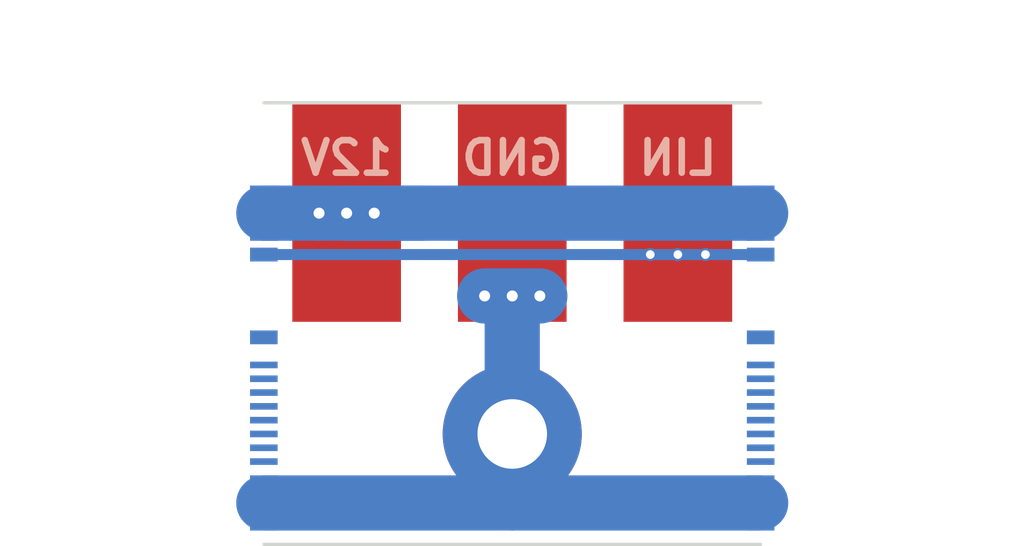
<source format=kicad_pcb>
(kicad_pcb (version 4) (host pcbnew 4.0.7-e2-6376~58~ubuntu16.04.1)

  (general
    (links 7)
    (no_connects 0)
    (area 115.929999 99.916 163.470001 126.17)
    (thickness 1.6)
    (drawings 6)
    (tracks 27)
    (zones 0)
    (modules 6)
    (nets 4)
  )

  (page A4)
  (layers
    (0 F.Cu signal)
    (31 B.Cu signal)
    (32 B.Adhes user)
    (33 F.Adhes user)
    (34 B.Paste user)
    (35 F.Paste user)
    (36 B.SilkS user)
    (37 F.SilkS user)
    (38 B.Mask user)
    (39 F.Mask user)
    (40 Dwgs.User user)
    (41 Cmts.User user)
    (42 Eco1.User user)
    (43 Eco2.User user)
    (44 Edge.Cuts user)
    (45 Margin user)
    (46 B.CrtYd user)
    (47 F.CrtYd user)
    (48 B.Fab user)
    (49 F.Fab user)
  )

  (setup
    (last_trace_width 0.25)
    (trace_clearance 0.2)
    (zone_clearance 0.508)
    (zone_45_only no)
    (trace_min 0.2)
    (segment_width 0.2)
    (edge_width 0.15)
    (via_size 0.6)
    (via_drill 0.4)
    (via_min_size 0.4)
    (via_min_drill 0.3)
    (uvia_size 0.3)
    (uvia_drill 0.1)
    (uvias_allowed no)
    (uvia_min_size 0.2)
    (uvia_min_drill 0.1)
    (pcb_text_width 0.3)
    (pcb_text_size 1.5 1.5)
    (mod_edge_width 0.15)
    (mod_text_size 1 1)
    (mod_text_width 0.15)
    (pad_size 1.524 1.524)
    (pad_drill 0.762)
    (pad_to_mask_clearance 0.2)
    (aux_axis_origin 128.27 124.46)
    (grid_origin 128.27 124.46)
    (visible_elements FFFFFF7F)
    (pcbplotparams
      (layerselection 0x010f0_80000001)
      (usegerberextensions false)
      (excludeedgelayer true)
      (linewidth 0.100000)
      (plotframeref false)
      (viasonmask false)
      (mode 1)
      (useauxorigin true)
      (hpglpennumber 1)
      (hpglpenspeed 20)
      (hpglpendiameter 15)
      (hpglpenoverlay 2)
      (psnegative false)
      (psa4output false)
      (plotreference true)
      (plotvalue true)
      (plotinvisibletext false)
      (padsonsilk false)
      (subtractmaskfromsilk false)
      (outputformat 1)
      (mirror false)
      (drillshape 0)
      (scaleselection 1)
      (outputdirectory gbr))
  )

  (net 0 "")
  (net 1 "Net-(J1-Pad1)")
  (net 2 "Net-(J2-Pad1)")
  (net 3 "Net-(J3-Pad1)")

  (net_class Default "This is the default net class."
    (clearance 0.2)
    (trace_width 0.25)
    (via_dia 0.6)
    (via_drill 0.4)
    (uvia_dia 0.3)
    (uvia_drill 0.1)
    (add_net "Net-(J1-Pad1)")
    (add_net "Net-(J2-Pad1)")
    (add_net "Net-(J3-Pad1)")
  )

  (module interface:interface (layer F.Cu) (tedit 597E72C6) (tstamp 59F016DF)
    (at 128.27 104.775)
    (path /59F014B9)
    (fp_text reference X1 (at 0 20.32) (layer F.SilkS) hide
      (effects (font (size 1 1) (thickness 0.15)))
    )
    (fp_text value interface (at 0 -1.27) (layer F.Fab) hide
      (effects (font (size 1 1) (thickness 0.15)))
    )
    (fp_line (start -5.715 4.445) (end -5.715 5.715) (layer F.Fab) (width 0.15))
    (fp_line (start -5.08 5.08) (end -6.35 5.08) (layer F.Fab) (width 0.15))
    (fp_line (start 5.715 4.445) (end 5.715 5.715) (layer F.Fab) (width 0.15))
    (fp_line (start 5.08 5.08) (end 6.35 5.08) (layer F.Fab) (width 0.15))
    (fp_line (start -11.43 -0.635) (end -11.43 0) (layer F.Fab) (width 0.15))
    (fp_line (start -12.065 -0.635) (end -10.795 -0.635) (layer F.Fab) (width 0.15))
    (fp_line (start -12.065 19.685) (end -10.795 19.685) (layer F.Fab) (width 0.15))
    (fp_line (start -11.43 19.685) (end -11.43 19.05) (layer F.Fab) (width 0.15))
    (fp_line (start 11.43 -0.635) (end 11.43 0) (layer F.Fab) (width 0.15))
    (fp_line (start 10.795 -0.635) (end 12.065 -0.635) (layer F.Fab) (width 0.15))
    (fp_line (start 0 -0.635) (end 0 0) (layer F.Fab) (width 0.15))
    (fp_line (start -0.635 -0.635) (end 0.635 -0.635) (layer F.Fab) (width 0.15))
    (fp_line (start 10.795 19.685) (end 12.065 19.685) (layer F.Fab) (width 0.15))
    (fp_line (start 11.43 19.685) (end 11.43 19.05) (layer F.Fab) (width 0.15))
    (fp_line (start 0 19.05) (end 0 19.685) (layer F.Fab) (width 0.15))
    (fp_line (start -0.635 19.685) (end 0.635 19.685) (layer F.Fab) (width 0.15))
    (pad 1 smd rect (at 0 4.445) (size 1.27 2.54) (layers B.Cu)
      (net 1 "Net-(J1-Pad1)"))
    (pad 2 smd rect (at 0 17.78) (size 1.27 2.54) (layers B.Cu)
      (net 3 "Net-(J3-Pad1)"))
    (pad 3 smd rect (at 0 6.35) (size 1.27 0.635) (layers B.Cu)
      (net 2 "Net-(J2-Pad1)"))
    (pad 5 smd rect (at 0 11.43) (size 1.27 0.3048) (layers B.Cu))
    (pad 6 smd rect (at 0 12.065) (size 1.27 0.3048) (layers B.Cu))
    (pad 7 smd rect (at 0 12.7) (size 1.27 0.3048) (layers B.Cu))
    (pad 8 smd rect (at 0 13.335) (size 1.27 0.3048) (layers B.Cu))
    (pad 9 smd rect (at 0 13.97) (size 1.27 0.3048) (layers B.Cu))
    (pad 10 smd rect (at 0 14.605) (size 1.27 0.3048) (layers B.Cu))
    (pad 11 smd rect (at 0 15.24) (size 1.27 0.3048) (layers B.Cu))
    (pad 12 smd rect (at 0 15.875) (size 1.27 0.3048) (layers B.Cu))
    (pad 4 smd rect (at 0 10.16) (size 1.27 0.635) (layers B.Cu))
  )

  (module interface:interface (layer F.Cu) (tedit 597E72C6) (tstamp 59F016EF)
    (at 151.13 104.775)
    (path /59F01607)
    (fp_text reference X2 (at 0 20.32) (layer F.SilkS) hide
      (effects (font (size 1 1) (thickness 0.15)))
    )
    (fp_text value interface (at 0 -1.27) (layer F.Fab) hide
      (effects (font (size 1 1) (thickness 0.15)))
    )
    (fp_line (start -5.715 4.445) (end -5.715 5.715) (layer F.Fab) (width 0.15))
    (fp_line (start -5.08 5.08) (end -6.35 5.08) (layer F.Fab) (width 0.15))
    (fp_line (start 5.715 4.445) (end 5.715 5.715) (layer F.Fab) (width 0.15))
    (fp_line (start 5.08 5.08) (end 6.35 5.08) (layer F.Fab) (width 0.15))
    (fp_line (start -11.43 -0.635) (end -11.43 0) (layer F.Fab) (width 0.15))
    (fp_line (start -12.065 -0.635) (end -10.795 -0.635) (layer F.Fab) (width 0.15))
    (fp_line (start -12.065 19.685) (end -10.795 19.685) (layer F.Fab) (width 0.15))
    (fp_line (start -11.43 19.685) (end -11.43 19.05) (layer F.Fab) (width 0.15))
    (fp_line (start 11.43 -0.635) (end 11.43 0) (layer F.Fab) (width 0.15))
    (fp_line (start 10.795 -0.635) (end 12.065 -0.635) (layer F.Fab) (width 0.15))
    (fp_line (start 0 -0.635) (end 0 0) (layer F.Fab) (width 0.15))
    (fp_line (start -0.635 -0.635) (end 0.635 -0.635) (layer F.Fab) (width 0.15))
    (fp_line (start 10.795 19.685) (end 12.065 19.685) (layer F.Fab) (width 0.15))
    (fp_line (start 11.43 19.685) (end 11.43 19.05) (layer F.Fab) (width 0.15))
    (fp_line (start 0 19.05) (end 0 19.685) (layer F.Fab) (width 0.15))
    (fp_line (start -0.635 19.685) (end 0.635 19.685) (layer F.Fab) (width 0.15))
    (pad 1 smd rect (at 0 4.445) (size 1.27 2.54) (layers B.Cu)
      (net 1 "Net-(J1-Pad1)"))
    (pad 2 smd rect (at 0 17.78) (size 1.27 2.54) (layers B.Cu)
      (net 3 "Net-(J3-Pad1)"))
    (pad 3 smd rect (at 0 6.35) (size 1.27 0.635) (layers B.Cu)
      (net 2 "Net-(J2-Pad1)"))
    (pad 5 smd rect (at 0 11.43) (size 1.27 0.3048) (layers B.Cu))
    (pad 6 smd rect (at 0 12.065) (size 1.27 0.3048) (layers B.Cu))
    (pad 7 smd rect (at 0 12.7) (size 1.27 0.3048) (layers B.Cu))
    (pad 8 smd rect (at 0 13.335) (size 1.27 0.3048) (layers B.Cu))
    (pad 9 smd rect (at 0 13.97) (size 1.27 0.3048) (layers B.Cu))
    (pad 10 smd rect (at 0 14.605) (size 1.27 0.3048) (layers B.Cu))
    (pad 11 smd rect (at 0 15.24) (size 1.27 0.3048) (layers B.Cu))
    (pad 12 smd rect (at 0 15.875) (size 1.27 0.3048) (layers B.Cu))
    (pad 4 smd rect (at 0 10.16) (size 1.27 0.635) (layers B.Cu))
  )

  (module Mounting_Holes:MountingHole_3.2mm_M3_Pad (layer F.Cu) (tedit 59F01EBB) (tstamp 59F01DC9)
    (at 139.7 119.38)
    (descr "Mounting Hole 3.2mm, M3")
    (tags "mounting hole 3.2mm m3")
    (path /59F01C27)
    (attr virtual)
    (fp_text reference MK1 (at 0 -4.2) (layer F.SilkS) hide
      (effects (font (size 1 1) (thickness 0.15)))
    )
    (fp_text value Mounting_Hole_PAD (at 0 4.2) (layer F.Fab)
      (effects (font (size 1 1) (thickness 0.15)))
    )
    (fp_text user %R (at 0.3 0) (layer F.Fab)
      (effects (font (size 1 1) (thickness 0.15)))
    )
    (fp_circle (center 0 0) (end 3.2 0) (layer Cmts.User) (width 0.15))
    (fp_circle (center 0 0) (end 3.45 0) (layer F.CrtYd) (width 0.05))
    (pad 1 thru_hole circle (at 0 0) (size 6.4 6.4) (drill 3.2) (layers *.Cu *.Mask)
      (net 3 "Net-(J3-Pad1)"))
  )

  (module Wire_Pads:SolderWirePad_single_SMD_5x10mm (layer F.Cu) (tedit 5BDFDA07) (tstamp 5BDFD63F)
    (at 132.08 109.22 180)
    (descr "Wire Pad, Square, SMD Pad,  5mm x 10mm,")
    (tags "MesurementPoint Square SMDPad 5mmx10mm ")
    (path /5BDFD591)
    (attr smd)
    (fp_text reference J1 (at 0 -3.81 180) (layer F.SilkS) hide
      (effects (font (size 1 1) (thickness 0.15)))
    )
    (fp_text value Conn_01x01 (at 0 6.35 180) (layer F.Fab)
      (effects (font (size 1 1) (thickness 0.15)))
    )
    (fp_line (start 2.75 -5.25) (end -2.75 -5.25) (layer F.CrtYd) (width 0.05))
    (fp_line (start 2.75 5.25) (end 2.75 -5.25) (layer F.CrtYd) (width 0.05))
    (fp_line (start -2.75 5.25) (end 2.75 5.25) (layer F.CrtYd) (width 0.05))
    (fp_line (start -2.75 -5.25) (end -2.75 5.25) (layer F.CrtYd) (width 0.05))
    (pad 1 smd rect (at 0 0 180) (size 5 10) (layers F.Cu F.Paste F.Mask)
      (net 1 "Net-(J1-Pad1)"))
  )

  (module Wire_Pads:SolderWirePad_single_SMD_5x10mm (layer F.Cu) (tedit 5BDFDA0F) (tstamp 5BDFD647)
    (at 147.32 109.22 180)
    (descr "Wire Pad, Square, SMD Pad,  5mm x 10mm,")
    (tags "MesurementPoint Square SMDPad 5mmx10mm ")
    (path /5BDFD64E)
    (attr smd)
    (fp_text reference J2 (at 0 -3.81 180) (layer F.SilkS) hide
      (effects (font (size 1 1) (thickness 0.15)))
    )
    (fp_text value Conn_01x01 (at 0 6.35 180) (layer F.Fab)
      (effects (font (size 1 1) (thickness 0.15)))
    )
    (fp_line (start 2.75 -5.25) (end -2.75 -5.25) (layer F.CrtYd) (width 0.05))
    (fp_line (start 2.75 5.25) (end 2.75 -5.25) (layer F.CrtYd) (width 0.05))
    (fp_line (start -2.75 5.25) (end 2.75 5.25) (layer F.CrtYd) (width 0.05))
    (fp_line (start -2.75 -5.25) (end -2.75 5.25) (layer F.CrtYd) (width 0.05))
    (pad 1 smd rect (at 0 0 180) (size 5 10) (layers F.Cu F.Paste F.Mask)
      (net 2 "Net-(J2-Pad1)"))
  )

  (module Wire_Pads:SolderWirePad_single_SMD_5x10mm (layer F.Cu) (tedit 5BDFDA0C) (tstamp 5BDFD657)
    (at 139.7 109.22)
    (descr "Wire Pad, Square, SMD Pad,  5mm x 10mm,")
    (tags "MesurementPoint Square SMDPad 5mmx10mm ")
    (path /5BDFD6FF)
    (attr smd)
    (fp_text reference J3 (at 0 -3.81) (layer F.SilkS) hide
      (effects (font (size 1 1) (thickness 0.15)))
    )
    (fp_text value Conn_01x01 (at 0 6.35) (layer F.Fab)
      (effects (font (size 1 1) (thickness 0.15)))
    )
    (fp_line (start 2.75 -5.25) (end -2.75 -5.25) (layer F.CrtYd) (width 0.05))
    (fp_line (start 2.75 5.25) (end 2.75 -5.25) (layer F.CrtYd) (width 0.05))
    (fp_line (start -2.75 5.25) (end 2.75 5.25) (layer F.CrtYd) (width 0.05))
    (fp_line (start -2.75 -5.25) (end -2.75 5.25) (layer F.CrtYd) (width 0.05))
    (pad 1 smd rect (at 0 0) (size 5 10) (layers F.Cu F.Paste F.Mask)
      (net 3 "Net-(J3-Pad1)"))
  )

  (gr_text GND (at 139.7 106.68) (layer B.SilkS) (tstamp 5BDFD974)
    (effects (font (size 1.5 1.5) (thickness 0.3)) (justify mirror))
  )
  (gr_text LIN (at 147.32 106.68) (layer B.SilkS)
    (effects (font (size 1.5 1.5) (thickness 0.3)) (justify mirror))
  )
  (gr_text 12V (at 132.08 106.68) (layer B.SilkS)
    (effects (font (size 1.5 1.5) (thickness 0.3)) (justify mirror))
  )
  (dimension 22.86 (width 0.3) (layer Dwgs.User)
    (gr_text "0.9000 in" (at 139.7 101.266) (layer Dwgs.User)
      (effects (font (size 1.5 1.5) (thickness 0.3)))
    )
    (feature1 (pts (xy 151.13 104.14) (xy 151.13 99.916)))
    (feature2 (pts (xy 128.27 104.14) (xy 128.27 99.916)))
    (crossbar (pts (xy 128.27 102.616) (xy 151.13 102.616)))
    (arrow1a (pts (xy 151.13 102.616) (xy 150.003496 103.202421)))
    (arrow1b (pts (xy 151.13 102.616) (xy 150.003496 102.029579)))
    (arrow2a (pts (xy 128.27 102.616) (xy 129.396504 103.202421)))
    (arrow2b (pts (xy 128.27 102.616) (xy 129.396504 102.029579)))
  )
  (gr_line (start 128.27 124.46) (end 151.13 124.46) (layer Edge.Cuts) (width 0.15))
  (gr_line (start 128.27 104.14) (end 151.13 104.14) (layer Edge.Cuts) (width 0.15))

  (segment (start 128.27 109.22) (end 130.81 109.22) (width 2.54) (layer B.Cu) (net 1))
  (segment (start 130.81 109.22) (end 132.079962 109.22) (width 2.54) (layer B.Cu) (net 1))
  (via (at 130.81 109.22) (size 0.762) (drill 0.508) (layers F.Cu B.Cu) (net 1))
  (segment (start 133.35 109.22) (end 132.079962 109.22) (width 2.54) (layer B.Cu) (net 1))
  (segment (start 135.548998 109.22) (end 132.079962 109.22) (width 2.54) (layer B.Cu) (net 1))
  (segment (start 132.588 109.22) (end 132.079962 109.22) (width 2.54) (layer B.Cu) (net 1))
  (via (at 132.079962 109.22) (size 0.762) (drill 0.508) (layers F.Cu B.Cu) (net 1))
  (segment (start 133.35 109.22) (end 151.13 109.22) (width 2.54) (layer B.Cu) (net 1))
  (via (at 133.35 109.22) (size 0.762) (drill 0.508) (layers F.Cu B.Cu) (net 1))
  (segment (start 147.32 111.125) (end 146.05 111.125) (width 0.508) (layer B.Cu) (net 2))
  (segment (start 148.082 111.125) (end 147.32 111.125) (width 0.508) (layer B.Cu) (net 2))
  (via (at 147.32 111.125) (size 0.6) (drill 0.4) (layers F.Cu B.Cu) (net 2))
  (segment (start 148.59 111.125) (end 148.082 111.125) (width 0.508) (layer B.Cu) (net 2))
  (via (at 148.59 111.125) (size 0.6) (drill 0.4) (layers F.Cu B.Cu) (net 2))
  (segment (start 151.13 111.125) (end 148.59 111.125) (width 0.508) (layer B.Cu) (net 2))
  (segment (start 146.05 111.125) (end 143.002 111.125) (width 0.508) (layer B.Cu) (net 2))
  (via (at 146.05 111.125) (size 0.6) (drill 0.4) (layers F.Cu B.Cu) (net 2))
  (segment (start 143.002 111.125) (end 128.27 111.125) (width 0.508) (layer B.Cu) (net 2))
  (via (at 140.97 113.03) (size 0.762) (drill 0.508) (layers F.Cu B.Cu) (net 3))
  (via (at 139.7 113.03) (size 0.762) (drill 0.508) (layers F.Cu B.Cu) (net 3))
  (via (at 138.43 113.03) (size 0.762) (drill 0.508) (layers F.Cu B.Cu) (net 3))
  (segment (start 139.7 113.03) (end 140.97 113.03) (width 2.54) (layer B.Cu) (net 3))
  (segment (start 139.7 113.03) (end 138.43 113.03) (width 2.54) (layer B.Cu) (net 3))
  (segment (start 139.7 119.38) (end 139.7 113.03) (width 2.54) (layer B.Cu) (net 3))
  (segment (start 128.27 122.555) (end 139.7 122.555) (width 2.54) (layer B.Cu) (net 3))
  (segment (start 139.7 119.38) (end 139.7 122.555) (width 2.54) (layer B.Cu) (net 3))
  (segment (start 139.7 122.555) (end 151.13 122.555) (width 2.54) (layer B.Cu) (net 3))

)

</source>
